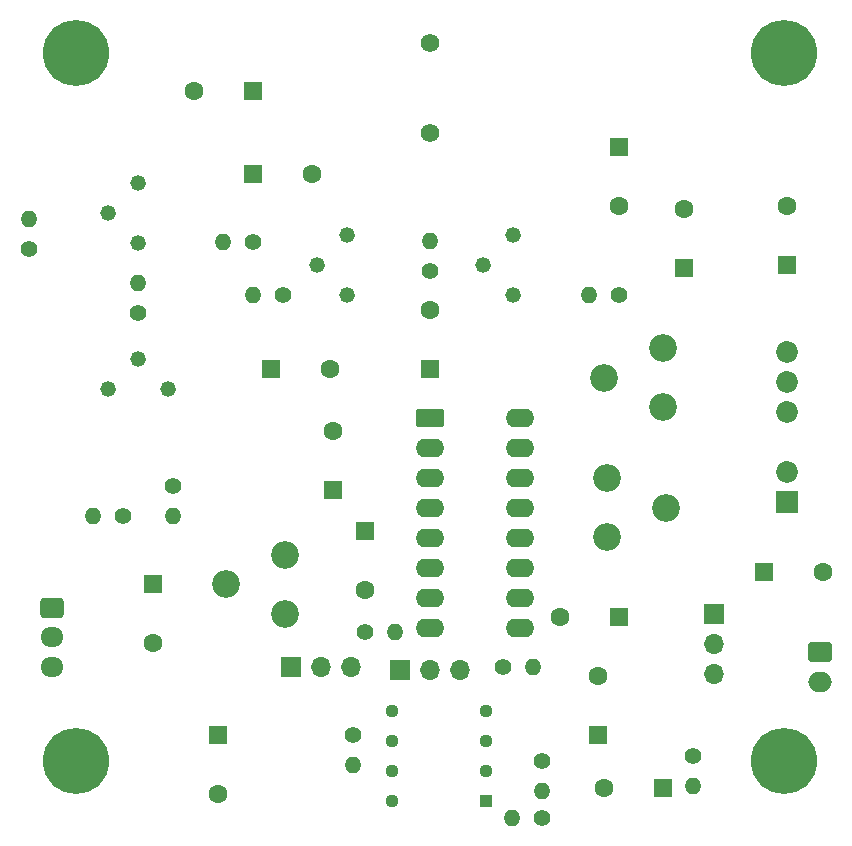
<source format=gbr>
%TF.GenerationSoftware,KiCad,Pcbnew,9.0.0*%
%TF.CreationDate,2025-05-14T11:21:04+02:00*%
%TF.ProjectId,Alarme,416c6172-6d65-42e6-9b69-6361645f7063,V0*%
%TF.SameCoordinates,Original*%
%TF.FileFunction,Soldermask,Bot*%
%TF.FilePolarity,Negative*%
%FSLAX46Y46*%
G04 Gerber Fmt 4.6, Leading zero omitted, Abs format (unit mm)*
G04 Created by KiCad (PCBNEW 9.0.0) date 2025-05-14 11:21:04*
%MOMM*%
%LPD*%
G01*
G04 APERTURE LIST*
G04 Aperture macros list*
%AMRoundRect*
0 Rectangle with rounded corners*
0 $1 Rounding radius*
0 $2 $3 $4 $5 $6 $7 $8 $9 X,Y pos of 4 corners*
0 Add a 4 corners polygon primitive as box body*
4,1,4,$2,$3,$4,$5,$6,$7,$8,$9,$2,$3,0*
0 Add four circle primitives for the rounded corners*
1,1,$1+$1,$2,$3*
1,1,$1+$1,$4,$5*
1,1,$1+$1,$6,$7*
1,1,$1+$1,$8,$9*
0 Add four rect primitives between the rounded corners*
20,1,$1+$1,$2,$3,$4,$5,0*
20,1,$1+$1,$4,$5,$6,$7,0*
20,1,$1+$1,$6,$7,$8,$9,0*
20,1,$1+$1,$8,$9,$2,$3,0*%
G04 Aperture macros list end*
%ADD10O,1.700000X1.700000*%
%ADD11R,1.700000X1.700000*%
%ADD12R,1.600000X1.600000*%
%ADD13C,1.600000*%
%ADD14C,2.340000*%
%ADD15C,1.400000*%
%ADD16O,1.400000X1.400000*%
%ADD17RoundRect,0.250000X-0.750000X0.600000X-0.750000X-0.600000X0.750000X-0.600000X0.750000X0.600000X0*%
%ADD18O,2.000000X1.700000*%
%ADD19RoundRect,0.250000X-0.950000X-0.550000X0.950000X-0.550000X0.950000X0.550000X-0.950000X0.550000X0*%
%ADD20O,2.400000X1.600000*%
%ADD21C,1.320800*%
%ADD22C,5.600000*%
%ADD23C,1.575000*%
%ADD24RoundRect,0.250000X-0.725000X0.600000X-0.725000X-0.600000X0.725000X-0.600000X0.725000X0.600000X0*%
%ADD25O,1.950000X1.700000*%
%ADD26R,1.130000X1.130000*%
%ADD27C,1.130000*%
%ADD28R,1.850000X1.850000*%
%ADD29C,1.850000*%
G04 APERTURE END LIST*
D10*
%TO.C,JP5*%
X174000000Y-122555000D03*
X174000000Y-120015000D03*
D11*
X174000000Y-117475000D03*
%TD*%
D12*
%TO.C,C8*%
X166000000Y-117750000D03*
D13*
X161000000Y-117750000D03*
%TD*%
D14*
%TO.C,RV3*%
X137750000Y-117500000D03*
X132750000Y-115000000D03*
X137750000Y-112500000D03*
%TD*%
D11*
%TO.C,JP2*%
X147420000Y-122250000D03*
D10*
X149960000Y-122250000D03*
X152500000Y-122250000D03*
%TD*%
D12*
%TO.C,C19*%
X164250000Y-127750000D03*
D13*
X164250000Y-122750000D03*
%TD*%
D12*
%TO.C,C9*%
X135000000Y-80250000D03*
D13*
X140000000Y-80250000D03*
%TD*%
D12*
%TO.C,C5*%
X135000000Y-73250000D03*
D13*
X130000000Y-73250000D03*
%TD*%
D15*
%TO.C,R5*%
X159500000Y-134750000D03*
D16*
X156960000Y-134750000D03*
%TD*%
D15*
%TO.C,R8*%
X143500000Y-127750000D03*
D16*
X143500000Y-130290000D03*
%TD*%
D15*
%TO.C,R15*%
X156210000Y-122000000D03*
D16*
X158750000Y-122000000D03*
%TD*%
D15*
%TO.C,R1*%
X172250000Y-129530000D03*
D16*
X172250000Y-132070000D03*
%TD*%
D12*
%TO.C,C3*%
X150000000Y-96750000D03*
D13*
X150000000Y-91750000D03*
%TD*%
D12*
%TO.C,C12*%
X180250000Y-88000000D03*
D13*
X180250000Y-83000000D03*
%TD*%
D17*
%TO.C,J1*%
X183000000Y-120750000D03*
D18*
X183000000Y-123250000D03*
%TD*%
D12*
%TO.C,C14*%
X136500000Y-96750000D03*
D13*
X141500000Y-96750000D03*
%TD*%
D15*
%TO.C,R11*%
X125250000Y-92000000D03*
D16*
X125250000Y-89460000D03*
%TD*%
D12*
%TO.C,C13*%
X171500000Y-88250000D03*
D13*
X171500000Y-83250000D03*
%TD*%
D12*
%TO.C,C15*%
X126500000Y-115000000D03*
D13*
X126500000Y-120000000D03*
%TD*%
D15*
%TO.C,R13*%
X124000000Y-109250000D03*
D16*
X121460000Y-109250000D03*
%TD*%
D12*
%TO.C,C2*%
X169750000Y-132250000D03*
D13*
X164750000Y-132250000D03*
%TD*%
D12*
%TO.C,C10*%
X178250000Y-114000000D03*
D13*
X183250000Y-114000000D03*
%TD*%
D19*
%TO.C,U2*%
X150000000Y-100960000D03*
D20*
X150000000Y-103500000D03*
X150000000Y-106040000D03*
X150000000Y-108580000D03*
X150000000Y-111120000D03*
X150000000Y-113660000D03*
X150000000Y-116200000D03*
X150000000Y-118740000D03*
X157620000Y-118740000D03*
X157620000Y-116200000D03*
X157620000Y-113660000D03*
X157620000Y-111120000D03*
X157620000Y-108580000D03*
X157620000Y-106040000D03*
X157620000Y-103500000D03*
X157620000Y-100960000D03*
%TD*%
D21*
%TO.C,Q4*%
X127830000Y-98500000D03*
X125290000Y-95960000D03*
X122750000Y-98500000D03*
%TD*%
D12*
%TO.C,C17*%
X141750000Y-107000000D03*
D13*
X141750000Y-102000000D03*
%TD*%
D22*
%TO.C,H5*%
X180000000Y-130000000D03*
%TD*%
D23*
%TO.C,LS1*%
X150000000Y-69200000D03*
X150000000Y-76800000D03*
%TD*%
D12*
%TO.C,C20*%
X132000000Y-127750000D03*
D13*
X132000000Y-132750000D03*
%TD*%
D12*
%TO.C,C4*%
X166000000Y-78000000D03*
D13*
X166000000Y-83000000D03*
%TD*%
D14*
%TO.C,RV2*%
X169750000Y-100000000D03*
X164750000Y-97500000D03*
X169750000Y-95000000D03*
%TD*%
D15*
%TO.C,R12*%
X128250000Y-106710000D03*
D16*
X128250000Y-109250000D03*
%TD*%
D24*
%TO.C,J2*%
X118000000Y-117000000D03*
D25*
X118000000Y-119500000D03*
X118000000Y-122000000D03*
%TD*%
D15*
%TO.C,R2*%
X159500000Y-130000000D03*
D16*
X159500000Y-132540000D03*
%TD*%
D11*
%TO.C,JP4*%
X138250000Y-122000000D03*
D10*
X140790000Y-122000000D03*
X143330000Y-122000000D03*
%TD*%
D22*
%TO.C,H6*%
X120000000Y-70000000D03*
%TD*%
D15*
%TO.C,R9*%
X116000000Y-86592500D03*
D16*
X116000000Y-84052500D03*
%TD*%
D26*
%TO.C,U1*%
X154750000Y-133310000D03*
D27*
X154750000Y-130770000D03*
X154750000Y-128230000D03*
X154750000Y-125690000D03*
X146810000Y-125690000D03*
X146810000Y-128230000D03*
X146810000Y-130770000D03*
X146810000Y-133310000D03*
%TD*%
D15*
%TO.C,R7*%
X137567500Y-90500000D03*
D16*
X135027500Y-90500000D03*
%TD*%
D28*
%TO.C,PS1*%
X180250000Y-108000000D03*
D29*
X180250000Y-105460000D03*
X180250000Y-100380000D03*
X180250000Y-97840000D03*
X180250000Y-95300000D03*
%TD*%
D12*
%TO.C,C7*%
X144500000Y-110500000D03*
D13*
X144500000Y-115500000D03*
%TD*%
D21*
%TO.C,Q2*%
X157000000Y-85460000D03*
X154460000Y-88000000D03*
X157000000Y-90540000D03*
%TD*%
%TO.C,Q3*%
X125250000Y-81000000D03*
X122710000Y-83540000D03*
X125250000Y-86080000D03*
%TD*%
D15*
%TO.C,R14*%
X144500000Y-119000000D03*
D16*
X147040000Y-119000000D03*
%TD*%
D21*
%TO.C,Q1*%
X143000000Y-85460000D03*
X140460000Y-88000000D03*
X143000000Y-90540000D03*
%TD*%
D15*
%TO.C,R10*%
X135000000Y-86000000D03*
D16*
X132460000Y-86000000D03*
%TD*%
D15*
%TO.C,R6*%
X166000000Y-90500000D03*
D16*
X163460000Y-90500000D03*
%TD*%
D22*
%TO.C,H8*%
X180000000Y-70000000D03*
%TD*%
D14*
%TO.C,RV4*%
X165000000Y-106000000D03*
X170000000Y-108500000D03*
X165000000Y-111000000D03*
%TD*%
D22*
%TO.C,H7*%
X120000000Y-130000000D03*
%TD*%
D15*
%TO.C,R4*%
X150000000Y-88500000D03*
D16*
X150000000Y-85960000D03*
%TD*%
M02*

</source>
